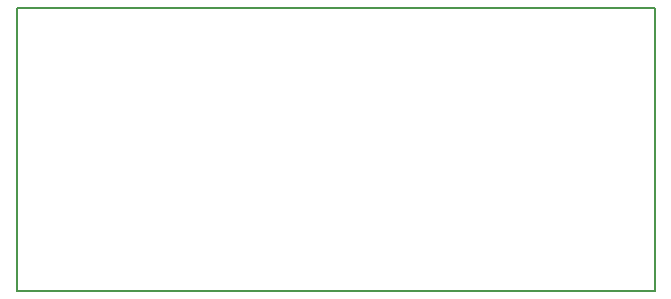
<source format=gbr>
G04 #@! TF.FileFunction,Profile,NP*
%FSLAX46Y46*%
G04 Gerber Fmt 4.6, Leading zero omitted, Abs format (unit mm)*
G04 Created by KiCad (PCBNEW 4.0.1-stable) date Mittwoch, 17. Februar 2016 08:22:04*
%MOMM*%
G01*
G04 APERTURE LIST*
%ADD10C,0.100000*%
%ADD11C,0.150000*%
G04 APERTURE END LIST*
D10*
D11*
X0Y24000000D02*
X0Y0D01*
X54000000Y24000000D02*
X0Y24000000D01*
X54000000Y24000000D02*
X54000000Y0D01*
X0Y0D02*
X54000000Y0D01*
M02*

</source>
